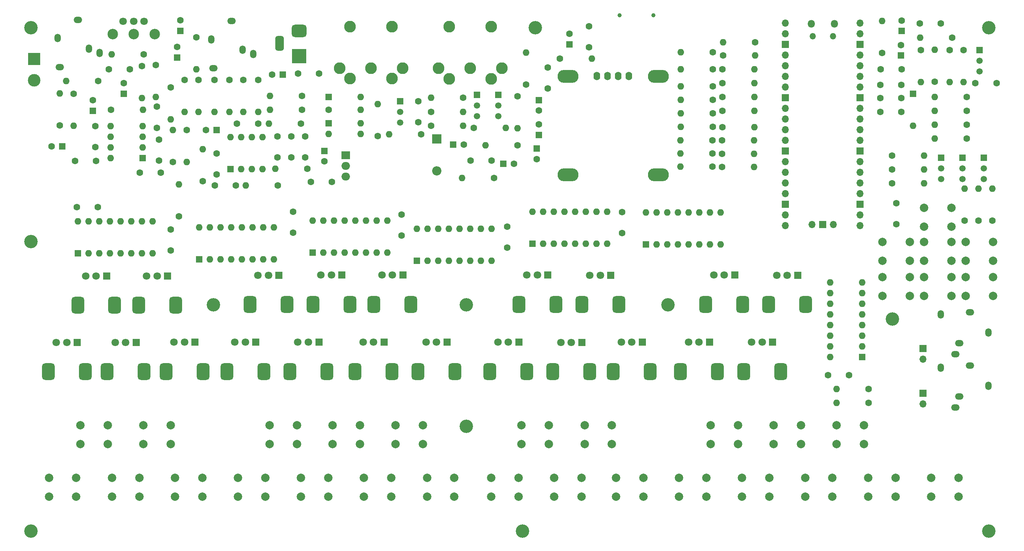
<source format=gbr>
%TF.GenerationSoftware,KiCad,Pcbnew,(6.0.11)*%
%TF.CreationDate,2024-06-23T21:18:39-05:00*%
%TF.ProjectId,TrebleSynth,54726562-6c65-4537-996e-74682e6b6963,rev?*%
%TF.SameCoordinates,Original*%
%TF.FileFunction,Soldermask,Bot*%
%TF.FilePolarity,Negative*%
%FSLAX46Y46*%
G04 Gerber Fmt 4.6, Leading zero omitted, Abs format (unit mm)*
G04 Created by KiCad (PCBNEW (6.0.11)) date 2024-06-23 21:18:39*
%MOMM*%
%LPD*%
G01*
G04 APERTURE LIST*
G04 Aperture macros list*
%AMRoundRect*
0 Rectangle with rounded corners*
0 $1 Rounding radius*
0 $2 $3 $4 $5 $6 $7 $8 $9 X,Y pos of 4 corners*
0 Add a 4 corners polygon primitive as box body*
4,1,4,$2,$3,$4,$5,$6,$7,$8,$9,$2,$3,0*
0 Add four circle primitives for the rounded corners*
1,1,$1+$1,$2,$3*
1,1,$1+$1,$4,$5*
1,1,$1+$1,$6,$7*
1,1,$1+$1,$8,$9*
0 Add four rect primitives between the rounded corners*
20,1,$1+$1,$2,$3,$4,$5,0*
20,1,$1+$1,$4,$5,$6,$7,0*
20,1,$1+$1,$6,$7,$8,$9,0*
20,1,$1+$1,$8,$9,$2,$3,0*%
G04 Aperture macros list end*
%ADD10C,2.000000*%
%ADD11C,1.600000*%
%ADD12R,1.600000X1.600000*%
%ADD13R,1.500000X1.500000*%
%ADD14C,1.500000*%
%ADD15O,1.500000X2.000000*%
%ADD16O,2.000000X1.500000*%
%ADD17C,3.200000*%
%ADD18O,1.600000X1.600000*%
%ADD19R,2.200000X2.200000*%
%ADD20O,2.200000X2.200000*%
%ADD21R,1.800000X1.800000*%
%ADD22C,1.800000*%
%ADD23RoundRect,0.750000X-0.750000X1.250000X-0.750000X-1.250000X0.750000X-1.250000X0.750000X1.250000X0*%
%ADD24R,2.000000X1.905000*%
%ADD25O,2.000000X1.905000*%
%ADD26R,1.700000X1.700000*%
%ADD27O,1.700000X1.700000*%
%ADD28C,2.800000*%
%ADD29R,3.500000X3.500000*%
%ADD30RoundRect,0.750000X-1.000000X0.750000X-1.000000X-0.750000X1.000000X-0.750000X1.000000X0.750000X0*%
%ADD31RoundRect,0.500000X-0.500000X1.250000X-0.500000X-1.250000X0.500000X-1.250000X0.500000X1.250000X0*%
%ADD32R,3.000000X3.000000*%
%ADD33C,3.000000*%
%ADD34C,1.000000*%
%ADD35C,2.500000*%
%ADD36O,1.800000X1.800000*%
%ADD37O,1.500000X1.500000*%
%ADD38O,5.000000X3.100000*%
%ADD39O,1.600000X2.000000*%
G04 APERTURE END LIST*
D10*
%TO.C,SW23*%
X227250000Y-141250000D03*
X220750000Y-141250000D03*
X220750000Y-136750000D03*
X227250000Y-136750000D03*
%TD*%
D11*
%TO.C,C22*%
X236226000Y-51878000D03*
X231226000Y-51878000D03*
%TD*%
D12*
%TO.C,C15*%
X88906000Y-53148000D03*
D11*
X86406000Y-53148000D03*
%TD*%
D13*
%TO.C,Q3*%
X255784000Y-72960000D03*
D14*
X255784000Y-75500000D03*
X255784000Y-78040000D03*
%TD*%
D15*
%TO.C,J8*%
X256878000Y-114616000D03*
D16*
X248978000Y-119816000D03*
X249978000Y-117216000D03*
X252478000Y-109816000D03*
D15*
X245578000Y-110316000D03*
%TD*%
D17*
%TO.C,H9*%
X149000000Y-42000000D03*
%TD*%
D11*
%TO.C,R46*%
X72650000Y-54418000D03*
D18*
X72650000Y-62038000D03*
%TD*%
D11*
%TO.C,R9*%
X58680000Y-50862000D03*
D18*
X58680000Y-58482000D03*
%TD*%
D19*
%TO.C,D1*%
X125600000Y-68475000D03*
D20*
X125600000Y-76095000D03*
%TD*%
D11*
%TO.C,R56*%
X193554000Y-61784000D03*
D18*
X201174000Y-61784000D03*
%TD*%
D21*
%TO.C,RV19*%
X190500000Y-116950000D03*
D22*
X188000000Y-116950000D03*
X185500000Y-116950000D03*
D23*
X183600000Y-123950000D03*
X192400000Y-123950000D03*
%TD*%
D11*
%TO.C,C46*%
X44290000Y-70490000D03*
X44290000Y-65490000D03*
%TD*%
D13*
%TO.C,Q5*%
X135134000Y-57974000D03*
D14*
X135134000Y-60514000D03*
X135134000Y-63054000D03*
%TD*%
D21*
%TO.C,RV10*%
X103000000Y-100950000D03*
D22*
X100500000Y-100950000D03*
X98000000Y-100950000D03*
D23*
X104900000Y-107950000D03*
X96100000Y-107950000D03*
%TD*%
D11*
%TO.C,R19*%
X93224000Y-64832000D03*
D18*
X85604000Y-64832000D03*
%TD*%
D24*
%TO.C,U4*%
X103920000Y-72410000D03*
D25*
X103920000Y-74950000D03*
X103920000Y-77490000D03*
%TD*%
D16*
%TO.C,J3*%
X76714000Y-40370000D03*
D15*
X81914000Y-48270000D03*
X79314000Y-47270000D03*
X71914000Y-44770000D03*
D16*
X72414000Y-51670000D03*
%TD*%
D26*
%TO.C,JP2*%
X241306000Y-129094000D03*
D27*
X241306000Y-131634000D03*
%TD*%
D11*
%TO.C,R64*%
X124212000Y-62038000D03*
D18*
X131832000Y-62038000D03*
%TD*%
D12*
%TO.C,C11*%
X141425000Y-74400000D03*
D11*
X143925000Y-74400000D03*
%TD*%
%TO.C,C41*%
X117220000Y-91580000D03*
X117220000Y-86580000D03*
%TD*%
D10*
%TO.C,SW32*%
X238154000Y-93026000D03*
X231654000Y-93026000D03*
X238154000Y-97526000D03*
X231654000Y-97526000D03*
%TD*%
%TO.C,SW14*%
X145750000Y-141250000D03*
X152250000Y-141250000D03*
X145750000Y-136750000D03*
X152250000Y-136750000D03*
%TD*%
D11*
%TO.C,R21*%
X79508000Y-54418000D03*
D18*
X79508000Y-62038000D03*
%TD*%
D17*
%TO.C,H2*%
X29000000Y-162000000D03*
%TD*%
D12*
%TO.C,C4*%
X43694000Y-61784000D03*
D11*
X43694000Y-59284000D03*
%TD*%
%TO.C,R23*%
X231580000Y-48000000D03*
D18*
X231580000Y-40380000D03*
%TD*%
D15*
%TO.C,J9*%
X256878000Y-127316000D03*
D16*
X248978000Y-132516000D03*
X249978000Y-129916000D03*
X252478000Y-122516000D03*
D15*
X245578000Y-123016000D03*
%TD*%
D11*
%TO.C,R68*%
X111530000Y-67820000D03*
D18*
X111530000Y-60200000D03*
%TD*%
D11*
%TO.C,R10*%
X62236000Y-56196000D03*
D18*
X62236000Y-63816000D03*
%TD*%
D11*
%TO.C,R70*%
X257816000Y-87946000D03*
D18*
X257816000Y-80326000D03*
%TD*%
D12*
%TO.C,C10*%
X149375000Y-70800000D03*
D11*
X149375000Y-73300000D03*
%TD*%
D21*
%TO.C,RV7*%
X82500000Y-116950000D03*
D22*
X80000000Y-116950000D03*
X77500000Y-116950000D03*
D23*
X84400000Y-123950000D03*
X75600000Y-123950000D03*
%TD*%
D26*
%TO.C,JP1*%
X241306000Y-118426000D03*
D27*
X241306000Y-120966000D03*
%TD*%
D12*
%TO.C,U6*%
X40160000Y-95770000D03*
D18*
X42700000Y-95770000D03*
X45240000Y-95770000D03*
X47780000Y-95770000D03*
X50320000Y-95770000D03*
X52860000Y-95770000D03*
X55400000Y-95770000D03*
X57940000Y-95770000D03*
X57940000Y-88150000D03*
X55400000Y-88150000D03*
X52860000Y-88150000D03*
X50320000Y-88150000D03*
X47780000Y-88150000D03*
X45240000Y-88150000D03*
X42700000Y-88150000D03*
X40160000Y-88150000D03*
%TD*%
D11*
%TO.C,C36*%
X94240000Y-67880000D03*
X94240000Y-72880000D03*
%TD*%
%TO.C,C24*%
X151950000Y-56500000D03*
X151950000Y-51500000D03*
%TD*%
%TO.C,R28*%
X191250000Y-65670000D03*
D18*
X183630000Y-65670000D03*
%TD*%
D11*
%TO.C,R2*%
X68332000Y-44258000D03*
D18*
X68332000Y-51878000D03*
%TD*%
D10*
%TO.C,SW17*%
X174750000Y-153750000D03*
X168250000Y-153750000D03*
X174750000Y-149250000D03*
X168250000Y-149250000D03*
%TD*%
D13*
%TO.C,Q2*%
X250704000Y-72960000D03*
D14*
X250704000Y-75500000D03*
X250704000Y-78040000D03*
%TD*%
D11*
%TO.C,R14*%
X87700000Y-79570000D03*
D18*
X80080000Y-79570000D03*
%TD*%
D21*
%TO.C,RV12*%
X117500000Y-100950000D03*
D22*
X115000000Y-100950000D03*
X112500000Y-100950000D03*
D23*
X110600000Y-107950000D03*
X119400000Y-107950000D03*
%TD*%
D11*
%TO.C,R47*%
X228352000Y-128078000D03*
D18*
X220732000Y-128078000D03*
%TD*%
D21*
%TO.C,RV13*%
X128000000Y-116950000D03*
D22*
X125500000Y-116950000D03*
X123000000Y-116950000D03*
D23*
X129900000Y-123950000D03*
X121100000Y-123950000D03*
%TD*%
D11*
%TO.C,C12*%
X90938000Y-67880000D03*
X90938000Y-72880000D03*
%TD*%
%TO.C,R65*%
X131830000Y-58720000D03*
D18*
X124210000Y-58720000D03*
%TD*%
D11*
%TO.C,R16*%
X93478000Y-58228000D03*
D18*
X85858000Y-58228000D03*
%TD*%
D11*
%TO.C,C26*%
X231146000Y-55610000D03*
X236146000Y-55610000D03*
%TD*%
D10*
%TO.C,SW22*%
X213250000Y-153750000D03*
X219750000Y-153750000D03*
X213250000Y-149250000D03*
X219750000Y-149250000D03*
%TD*%
D12*
%TO.C,U7*%
X99838000Y-64827000D03*
D18*
X99838000Y-67367000D03*
X107458000Y-67367000D03*
X107458000Y-64827000D03*
%TD*%
D17*
%TO.C,H11*%
X29000000Y-93000000D03*
%TD*%
%TO.C,H12*%
X146000000Y-162000000D03*
%TD*%
D28*
%TO.C,J11*%
X126030000Y-51690000D03*
X133530000Y-51690000D03*
X141030000Y-51690000D03*
X128530000Y-54190000D03*
X138530000Y-54190000D03*
X128530000Y-41790000D03*
X138530000Y-41790000D03*
%TD*%
D29*
%TO.C,J5*%
X92840000Y-48760000D03*
D30*
X92840000Y-42760000D03*
D31*
X88140000Y-45760000D03*
%TD*%
D12*
%TO.C,U12*%
X226828000Y-120458000D03*
D18*
X226828000Y-117918000D03*
X226828000Y-115378000D03*
X226828000Y-112838000D03*
X226828000Y-110298000D03*
X226828000Y-107758000D03*
X226828000Y-105218000D03*
X226828000Y-102678000D03*
X219208000Y-102678000D03*
X219208000Y-105218000D03*
X219208000Y-107758000D03*
X219208000Y-110298000D03*
X219208000Y-112838000D03*
X219208000Y-115378000D03*
X219208000Y-117918000D03*
X219208000Y-120458000D03*
%TD*%
D11*
%TO.C,R36*%
X191268000Y-47814000D03*
D18*
X183648000Y-47814000D03*
%TD*%
D11*
%TO.C,C1*%
X87636000Y-67880000D03*
X87636000Y-72880000D03*
%TD*%
D10*
%TO.C,SW31*%
X248060000Y-93026000D03*
X241560000Y-93026000D03*
X241560000Y-97526000D03*
X248060000Y-97526000D03*
%TD*%
D11*
%TO.C,C8*%
X58934000Y-65848000D03*
X58934000Y-60848000D03*
%TD*%
D21*
%TO.C,RV17*%
X167000000Y-101000000D03*
D22*
X164500000Y-101000000D03*
X162000000Y-101000000D03*
D23*
X168900000Y-108000000D03*
X160100000Y-108000000D03*
%TD*%
D11*
%TO.C,C39*%
X97542000Y-52894000D03*
X92542000Y-52894000D03*
%TD*%
%TO.C,C29*%
X169678000Y-85954000D03*
X169678000Y-90954000D03*
%TD*%
%TO.C,R66*%
X124212000Y-65340000D03*
D18*
X131832000Y-65340000D03*
%TD*%
D17*
%TO.C,H7*%
X72396000Y-108012000D03*
%TD*%
D21*
%TO.C,RV20*%
X196500000Y-100950000D03*
D22*
X194000000Y-100950000D03*
X191500000Y-100950000D03*
D23*
X189600000Y-107950000D03*
X198400000Y-107950000D03*
%TD*%
D10*
%TO.C,SW12*%
X123250000Y-153750000D03*
X129750000Y-153750000D03*
X123250000Y-149250000D03*
X129750000Y-149250000D03*
%TD*%
D21*
%TO.C,RV6*%
X68000000Y-116950000D03*
D22*
X65500000Y-116950000D03*
X63000000Y-116950000D03*
D23*
X61100000Y-123950000D03*
X69900000Y-123950000D03*
%TD*%
D11*
%TO.C,R52*%
X191300000Y-62400000D03*
D18*
X183680000Y-62400000D03*
%TD*%
D12*
%TO.C,C7*%
X64522000Y-42734000D03*
D11*
X64522000Y-40234000D03*
%TD*%
%TO.C,R62*%
X99828000Y-61530000D03*
D18*
X107448000Y-61530000D03*
%TD*%
D11*
%TO.C,R11*%
X62744000Y-73976000D03*
D18*
X62744000Y-66356000D03*
%TD*%
D11*
%TO.C,R72*%
X251720000Y-61784000D03*
D18*
X244100000Y-61784000D03*
%TD*%
D11*
%TO.C,C14*%
X73158000Y-71944000D03*
X73158000Y-76944000D03*
%TD*%
D10*
%TO.C,SW11*%
X115750000Y-141250000D03*
X122250000Y-141250000D03*
X115750000Y-136750000D03*
X122250000Y-136750000D03*
%TD*%
D12*
%TO.C,C34*%
X236050000Y-48650000D03*
D11*
X236050000Y-46150000D03*
%TD*%
%TO.C,R22*%
X83064000Y-54418000D03*
D18*
X83064000Y-62038000D03*
%TD*%
D17*
%TO.C,H3*%
X257000000Y-162000000D03*
%TD*%
D32*
%TO.C,J1*%
X29710000Y-49430000D03*
D33*
X29710000Y-54510000D03*
%TD*%
D11*
%TO.C,C23*%
X231146000Y-62038000D03*
X236146000Y-62038000D03*
%TD*%
D12*
%TO.C,C2*%
X63760000Y-49084000D03*
D11*
X63760000Y-46584000D03*
%TD*%
D17*
%TO.C,H8*%
X132594000Y-136968000D03*
%TD*%
D11*
%TO.C,R60*%
X68840000Y-54494000D03*
D18*
X68840000Y-62114000D03*
%TD*%
D12*
%TO.C,U8*%
X68970000Y-97210000D03*
D18*
X71510000Y-97210000D03*
X74050000Y-97210000D03*
X76590000Y-97210000D03*
X79130000Y-97210000D03*
X81670000Y-97210000D03*
X84210000Y-97210000D03*
X86750000Y-97210000D03*
X86750000Y-89590000D03*
X84210000Y-89590000D03*
X81670000Y-89590000D03*
X79130000Y-89590000D03*
X76590000Y-89590000D03*
X74050000Y-89590000D03*
X71510000Y-89590000D03*
X68970000Y-89590000D03*
%TD*%
D11*
%TO.C,R25*%
X250958000Y-47320000D03*
D18*
X250958000Y-54940000D03*
%TD*%
D11*
%TO.C,C18*%
X54870000Y-76516000D03*
X59870000Y-76516000D03*
%TD*%
%TO.C,R39*%
X251212000Y-87946000D03*
D18*
X251212000Y-80326000D03*
%TD*%
D11*
%TO.C,R55*%
X193554000Y-58482000D03*
D18*
X201174000Y-58482000D03*
%TD*%
D21*
%TO.C,RV14*%
X145100000Y-116950000D03*
D22*
X142600000Y-116950000D03*
X140100000Y-116950000D03*
D23*
X147000000Y-123950000D03*
X138200000Y-123950000D03*
%TD*%
D11*
%TO.C,C13*%
X72720000Y-79640000D03*
X77720000Y-79640000D03*
%TD*%
%TO.C,R73*%
X251720000Y-58482000D03*
D18*
X244100000Y-58482000D03*
%TD*%
D34*
%TO.C,U14*%
X169100000Y-39060000D03*
X177100000Y-39060000D03*
%TD*%
D11*
%TO.C,C30*%
X218700000Y-124776000D03*
X223700000Y-124776000D03*
%TD*%
D35*
%TO.C,RV1*%
X48420000Y-43500000D03*
D22*
X50920000Y-40500000D03*
D35*
X53420000Y-43500000D03*
D22*
X53420000Y-40500000D03*
D35*
X58420000Y-43500000D03*
D22*
X55920000Y-40500000D03*
%TD*%
D11*
%TO.C,R12*%
X66046000Y-66356000D03*
D18*
X66046000Y-73976000D03*
%TD*%
D11*
%TO.C,R18*%
X93478000Y-61530000D03*
D18*
X85858000Y-61530000D03*
%TD*%
D11*
%TO.C,R40*%
X233940000Y-75754000D03*
D18*
X241560000Y-75754000D03*
%TD*%
D36*
%TO.C,U3*%
X220185000Y-41040000D03*
X214735000Y-41040000D03*
D37*
X215035000Y-44070000D03*
X219885000Y-44070000D03*
D27*
X208570000Y-40910000D03*
X208570000Y-43450000D03*
D26*
X208570000Y-45990000D03*
D27*
X208570000Y-48530000D03*
X208570000Y-51070000D03*
X208570000Y-53610000D03*
X208570000Y-56150000D03*
D26*
X208570000Y-58690000D03*
D27*
X208570000Y-61230000D03*
X208570000Y-63770000D03*
X208570000Y-66310000D03*
X208570000Y-68850000D03*
D26*
X208570000Y-71390000D03*
D27*
X208570000Y-73930000D03*
X208570000Y-76470000D03*
X208570000Y-79010000D03*
X208570000Y-81550000D03*
D26*
X208570000Y-84090000D03*
D27*
X208570000Y-86630000D03*
X208570000Y-89170000D03*
X226350000Y-89170000D03*
X226350000Y-86630000D03*
D26*
X226350000Y-84090000D03*
D27*
X226350000Y-81550000D03*
X226350000Y-79010000D03*
X226350000Y-76470000D03*
X226350000Y-73930000D03*
D26*
X226350000Y-71390000D03*
D27*
X226350000Y-68850000D03*
X226350000Y-66310000D03*
X226350000Y-63770000D03*
X226350000Y-61230000D03*
D26*
X226350000Y-58690000D03*
D27*
X226350000Y-56150000D03*
X226350000Y-53610000D03*
X226350000Y-51070000D03*
X226350000Y-48530000D03*
D26*
X226350000Y-45990000D03*
D27*
X226350000Y-43450000D03*
X226350000Y-40910000D03*
X214920000Y-88940000D03*
D26*
X217460000Y-88940000D03*
D27*
X220000000Y-88940000D03*
%TD*%
D21*
%TO.C,RV9*%
X97500000Y-116950000D03*
D22*
X95000000Y-116950000D03*
X92500000Y-116950000D03*
D23*
X90600000Y-123950000D03*
X99400000Y-123950000D03*
%TD*%
D10*
%TO.C,SW20*%
X204750000Y-153750000D03*
X198250000Y-153750000D03*
X204750000Y-149250000D03*
X198250000Y-149250000D03*
%TD*%
D21*
%TO.C,RV11*%
X113000000Y-116950000D03*
D22*
X110500000Y-116950000D03*
X108000000Y-116950000D03*
D23*
X114900000Y-123950000D03*
X106100000Y-123950000D03*
%TD*%
D12*
%TO.C,C20*%
X98800000Y-71374888D03*
D11*
X98800000Y-73874888D03*
%TD*%
%TO.C,R57*%
X146800000Y-55560000D03*
D18*
X146800000Y-47940000D03*
%TD*%
D11*
%TO.C,C31*%
X258792000Y-55180000D03*
X253792000Y-55180000D03*
%TD*%
%TO.C,C48*%
X138590000Y-73710000D03*
X133590000Y-73710000D03*
%TD*%
%TO.C,R8*%
X39122000Y-57720000D03*
D18*
X39122000Y-65340000D03*
%TD*%
D10*
%TO.C,SW10*%
X108250000Y-153750000D03*
X114750000Y-153750000D03*
X108250000Y-149250000D03*
X114750000Y-149250000D03*
%TD*%
D28*
%TO.C,J10*%
X102420000Y-51630000D03*
X109920000Y-51630000D03*
X117420000Y-51630000D03*
X104920000Y-54130000D03*
X114920000Y-54130000D03*
X104920000Y-41730000D03*
X114920000Y-41730000D03*
%TD*%
D10*
%TO.C,SW29*%
X251466000Y-93062000D03*
X257966000Y-93062000D03*
X251466000Y-97562000D03*
X257966000Y-97562000D03*
%TD*%
D11*
%TO.C,R49*%
X191300000Y-51950000D03*
D18*
X183680000Y-51950000D03*
%TD*%
D10*
%TO.C,SW24*%
X234750000Y-153750000D03*
X228250000Y-153750000D03*
X228250000Y-149250000D03*
X234750000Y-149250000D03*
%TD*%
%TO.C,SW28*%
X257966000Y-101408000D03*
X251466000Y-101408000D03*
X251466000Y-105908000D03*
X257966000Y-105908000D03*
%TD*%
D11*
%TO.C,C25*%
X240544000Y-40956000D03*
X245544000Y-40956000D03*
%TD*%
D21*
%TO.C,RV22*%
X211500000Y-101000000D03*
D22*
X209000000Y-101000000D03*
X206500000Y-101000000D03*
D23*
X204600000Y-108000000D03*
X213400000Y-108000000D03*
%TD*%
D11*
%TO.C,R67*%
X154900000Y-49420000D03*
D18*
X162520000Y-49420000D03*
%TD*%
D10*
%TO.C,SW7*%
X92250000Y-141250000D03*
X85750000Y-141250000D03*
X92250000Y-136750000D03*
X85750000Y-136750000D03*
%TD*%
D12*
%TO.C,U13*%
X175310000Y-93650000D03*
D18*
X177850000Y-93650000D03*
X180390000Y-93650000D03*
X182930000Y-93650000D03*
X185470000Y-93650000D03*
X188010000Y-93650000D03*
X190550000Y-93650000D03*
X193090000Y-93650000D03*
X193090000Y-86030000D03*
X190550000Y-86030000D03*
X188010000Y-86030000D03*
X185470000Y-86030000D03*
X182930000Y-86030000D03*
X180390000Y-86030000D03*
X177850000Y-86030000D03*
X175310000Y-86030000D03*
%TD*%
D11*
%TO.C,R41*%
X254514000Y-87946000D03*
D18*
X254514000Y-80326000D03*
%TD*%
D11*
%TO.C,C44*%
X91330000Y-90890000D03*
X91330000Y-85890000D03*
%TD*%
%TO.C,R48*%
X228352000Y-131380000D03*
D18*
X220732000Y-131380000D03*
%TD*%
D11*
%TO.C,R29*%
X193560000Y-65690000D03*
D18*
X201180000Y-65690000D03*
%TD*%
D11*
%TO.C,R1*%
X65538000Y-54418000D03*
D18*
X65538000Y-62038000D03*
%TD*%
D10*
%TO.C,SW30*%
X231654000Y-101408000D03*
X238154000Y-101408000D03*
X238154000Y-105908000D03*
X231654000Y-105908000D03*
%TD*%
%TO.C,SW26*%
X241560000Y-84934000D03*
X248060000Y-84934000D03*
X248060000Y-89434000D03*
X241560000Y-89434000D03*
%TD*%
D16*
%TO.C,J2*%
X40142000Y-40110000D03*
D15*
X45342000Y-48010000D03*
X42742000Y-47010000D03*
X35342000Y-44510000D03*
D16*
X35842000Y-51410000D03*
%TD*%
D21*
%TO.C,RV8*%
X88000000Y-101000000D03*
D22*
X85500000Y-101000000D03*
X83000000Y-101000000D03*
D23*
X81100000Y-108000000D03*
X89900000Y-108000000D03*
%TD*%
D17*
%TO.C,H6*%
X180600000Y-108012000D03*
%TD*%
D11*
%TO.C,R27*%
X248280000Y-44410000D03*
D18*
X240660000Y-44410000D03*
%TD*%
D11*
%TO.C,R35*%
X193470000Y-75200000D03*
D18*
X201090000Y-75200000D03*
%TD*%
D11*
%TO.C,C47*%
X161770000Y-41710000D03*
X161770000Y-46710000D03*
%TD*%
%TO.C,C43*%
X62260000Y-90130000D03*
X62260000Y-95130000D03*
%TD*%
D10*
%TO.C,SW2*%
X47250000Y-141250000D03*
X40750000Y-141250000D03*
X40750000Y-136750000D03*
X47250000Y-136750000D03*
%TD*%
D11*
%TO.C,R59*%
X244100000Y-54910000D03*
D18*
X244100000Y-47290000D03*
%TD*%
D10*
%TO.C,SW3*%
X48250000Y-153750000D03*
X54750000Y-153750000D03*
X54750000Y-149250000D03*
X48250000Y-149250000D03*
%TD*%
D11*
%TO.C,R54*%
X193554000Y-55180000D03*
D18*
X201174000Y-55180000D03*
%TD*%
D38*
%TO.C,Brd1*%
X156800000Y-77100000D03*
X178300000Y-53600000D03*
X156800000Y-53600000D03*
X178300000Y-77100000D03*
D39*
X163680000Y-53500000D03*
X166220000Y-53500000D03*
X168760000Y-53500000D03*
X171300000Y-53500000D03*
%TD*%
D21*
%TO.C,RV16*%
X160100000Y-117000000D03*
D22*
X157600000Y-117000000D03*
X155100000Y-117000000D03*
D23*
X153200000Y-124000000D03*
X162000000Y-124000000D03*
%TD*%
D10*
%TO.C,SW16*%
X160750000Y-141250000D03*
X167250000Y-141250000D03*
X167250000Y-136750000D03*
X160750000Y-136750000D03*
%TD*%
D11*
%TO.C,R33*%
X193470000Y-72060000D03*
D18*
X201090000Y-72060000D03*
%TD*%
D11*
%TO.C,C45*%
X234950000Y-88850000D03*
X234950000Y-83850000D03*
%TD*%
D10*
%TO.C,SW13*%
X138500000Y-153750000D03*
X145000000Y-153750000D03*
X138500000Y-149250000D03*
X145000000Y-149250000D03*
%TD*%
D12*
%TO.C,C35*%
X36410000Y-70280000D03*
D11*
X33910000Y-70280000D03*
%TD*%
D12*
%TO.C,C5*%
X51070000Y-57750000D03*
D11*
X51070000Y-55250000D03*
%TD*%
%TO.C,R5*%
X55378000Y-51116000D03*
D18*
X55378000Y-58736000D03*
%TD*%
D10*
%TO.C,SW6*%
X78250000Y-153750000D03*
X84750000Y-153750000D03*
X84750000Y-149250000D03*
X78250000Y-149250000D03*
%TD*%
D21*
%TO.C,RV5*%
X61500000Y-101154000D03*
D22*
X59000000Y-101154000D03*
X56500000Y-101154000D03*
D23*
X54600000Y-108154000D03*
X63400000Y-108154000D03*
%TD*%
D13*
%TO.C,Q6*%
X116846000Y-59498000D03*
D14*
X116846000Y-62038000D03*
X116846000Y-64578000D03*
%TD*%
D11*
%TO.C,R26*%
X247656000Y-47306000D03*
D18*
X247656000Y-54926000D03*
%TD*%
D21*
%TO.C,RV2*%
X40000000Y-117000000D03*
D22*
X37500000Y-117000000D03*
X35000000Y-117000000D03*
D23*
X33100000Y-124000000D03*
X41900000Y-124000000D03*
%TD*%
D11*
%TO.C,C37*%
X78024000Y-64832000D03*
X83024000Y-64832000D03*
%TD*%
D12*
%TO.C,C16*%
X149866000Y-59244000D03*
D11*
X149866000Y-61744000D03*
%TD*%
D12*
%TO.C,U10*%
X120840000Y-97560000D03*
D18*
X123380000Y-97560000D03*
X125920000Y-97560000D03*
X128460000Y-97560000D03*
X131000000Y-97560000D03*
X133540000Y-97560000D03*
X136080000Y-97560000D03*
X138620000Y-97560000D03*
X138620000Y-89940000D03*
X136080000Y-89940000D03*
X133540000Y-89940000D03*
X131000000Y-89940000D03*
X128460000Y-89940000D03*
X125920000Y-89940000D03*
X123380000Y-89940000D03*
X120840000Y-89940000D03*
%TD*%
D10*
%TO.C,SW15*%
X153500000Y-153750000D03*
X160000000Y-153750000D03*
X160000000Y-149250000D03*
X153500000Y-149250000D03*
%TD*%
D11*
%TO.C,R4*%
X35840000Y-65300000D03*
D18*
X35840000Y-57680000D03*
%TD*%
D17*
%TO.C,H5*%
X132594000Y-108012000D03*
%TD*%
D12*
%TO.C,U1*%
X55560000Y-73100000D03*
D18*
X55560000Y-70560000D03*
X55560000Y-68020000D03*
X55560000Y-65480000D03*
X47940000Y-65480000D03*
X47940000Y-68020000D03*
X47940000Y-70560000D03*
X47940000Y-73100000D03*
%TD*%
D11*
%TO.C,R45*%
X76206000Y-54418000D03*
D18*
X76206000Y-62038000D03*
%TD*%
D17*
%TO.C,H10*%
X234000000Y-111400000D03*
%TD*%
D11*
%TO.C,C40*%
X121164000Y-59498000D03*
X121164000Y-64498000D03*
%TD*%
D12*
%TO.C,D3*%
X99828000Y-58482000D03*
D18*
X107448000Y-58482000D03*
%TD*%
D11*
%TO.C,R7*%
X55790000Y-48390000D03*
D18*
X48170000Y-48390000D03*
%TD*%
D12*
%TO.C,C19*%
X129475000Y-69900000D03*
D11*
X131975000Y-69900000D03*
%TD*%
%TO.C,R3*%
X44964000Y-54672000D03*
D18*
X37344000Y-54672000D03*
%TD*%
D11*
%TO.C,R38*%
X233940000Y-79056000D03*
D18*
X241560000Y-79056000D03*
%TD*%
D10*
%TO.C,SW4*%
X62250000Y-141250000D03*
X55750000Y-141250000D03*
X55750000Y-136750000D03*
X62250000Y-136750000D03*
%TD*%
%TO.C,SW5*%
X63250000Y-153750000D03*
X69750000Y-153750000D03*
X63250000Y-149250000D03*
X69750000Y-149250000D03*
%TD*%
D11*
%TO.C,R17*%
X144825000Y-70050000D03*
D18*
X137205000Y-70050000D03*
%TD*%
D11*
%TO.C,R37*%
X193700000Y-48600000D03*
D18*
X201320000Y-48600000D03*
%TD*%
D11*
%TO.C,R20*%
X69856000Y-78548000D03*
D18*
X69856000Y-70928000D03*
%TD*%
D11*
%TO.C,R43*%
X251720000Y-68388000D03*
D18*
X244100000Y-68388000D03*
%TD*%
D12*
%TO.C,C32*%
X157110000Y-45950000D03*
D11*
X157110000Y-43450000D03*
%TD*%
D21*
%TO.C,RV15*%
X152000000Y-100950000D03*
D22*
X149500000Y-100950000D03*
X147000000Y-100950000D03*
D23*
X145100000Y-107950000D03*
X153900000Y-107950000D03*
%TD*%
D11*
%TO.C,R32*%
X191190000Y-72000000D03*
D18*
X183570000Y-72000000D03*
%TD*%
D13*
%TO.C,Q4*%
X140214000Y-57974000D03*
D14*
X140214000Y-60514000D03*
X140214000Y-63054000D03*
%TD*%
D11*
%TO.C,C6*%
X44456000Y-73722000D03*
X39456000Y-73722000D03*
%TD*%
%TO.C,R6*%
X48012000Y-61530000D03*
D18*
X55632000Y-61530000D03*
%TD*%
D10*
%TO.C,SW27*%
X248060000Y-101408000D03*
X241560000Y-101408000D03*
X248060000Y-105908000D03*
X241560000Y-105908000D03*
%TD*%
D11*
%TO.C,R58*%
X201300000Y-45450000D03*
D18*
X193680000Y-45450000D03*
%TD*%
D17*
%TO.C,H4*%
X29000000Y-42000000D03*
%TD*%
D13*
%TO.C,Q1*%
X245624000Y-72960000D03*
D14*
X245624000Y-75500000D03*
X245624000Y-78040000D03*
%TD*%
D11*
%TO.C,R13*%
X139170000Y-77810000D03*
D18*
X131550000Y-77810000D03*
%TD*%
D11*
%TO.C,R30*%
X191190000Y-68820000D03*
D18*
X183570000Y-68820000D03*
%TD*%
D13*
%TO.C,U5*%
X254768000Y-47306000D03*
D14*
X254768000Y-49846000D03*
X254768000Y-52386000D03*
%TD*%
D17*
%TO.C,H1*%
X257000000Y-42000000D03*
%TD*%
D21*
%TO.C,RV21*%
X205500000Y-116950000D03*
D22*
X203000000Y-116950000D03*
X200500000Y-116950000D03*
D23*
X207400000Y-123950000D03*
X198600000Y-123950000D03*
%TD*%
D10*
%TO.C,SW19*%
X190750000Y-141250000D03*
X197250000Y-141250000D03*
X190750000Y-136750000D03*
X197250000Y-136750000D03*
%TD*%
D11*
%TO.C,R44*%
X240798000Y-47306000D03*
D18*
X240798000Y-54926000D03*
%TD*%
D11*
%TO.C,R61*%
X134372000Y-65848000D03*
D18*
X141992000Y-65848000D03*
%TD*%
D11*
%TO.C,R34*%
X191190000Y-75120000D03*
D18*
X183570000Y-75120000D03*
%TD*%
D11*
%TO.C,C21*%
X100630000Y-78720000D03*
X95630000Y-78720000D03*
%TD*%
D12*
%TO.C,U2*%
X76470000Y-75744000D03*
D18*
X79010000Y-75744000D03*
X81550000Y-75744000D03*
X84090000Y-75744000D03*
X84090000Y-68124000D03*
X81550000Y-68124000D03*
X79010000Y-68124000D03*
X76470000Y-68124000D03*
%TD*%
D10*
%TO.C,SW18*%
X183250000Y-153750000D03*
X189750000Y-153750000D03*
X189750000Y-149250000D03*
X183250000Y-149250000D03*
%TD*%
D12*
%TO.C,D2*%
X238940000Y-57780000D03*
D18*
X238940000Y-65400000D03*
%TD*%
D11*
%TO.C,R31*%
X193500000Y-68890000D03*
D18*
X201120000Y-68890000D03*
%TD*%
D11*
%TO.C,R63*%
X144790000Y-58330000D03*
D18*
X144790000Y-65950000D03*
%TD*%
D12*
%TO.C,U9*%
X95990000Y-95590000D03*
D18*
X98530000Y-95590000D03*
X101070000Y-95590000D03*
X103610000Y-95590000D03*
X106150000Y-95590000D03*
X108690000Y-95590000D03*
X111230000Y-95590000D03*
X113770000Y-95590000D03*
X113770000Y-87970000D03*
X111230000Y-87970000D03*
X108690000Y-87970000D03*
X106150000Y-87970000D03*
X103610000Y-87970000D03*
X101070000Y-87970000D03*
X98530000Y-87970000D03*
X95990000Y-87970000D03*
%TD*%
D11*
%TO.C,C28*%
X142350000Y-89460000D03*
X142350000Y-94460000D03*
%TD*%
D10*
%TO.C,SW9*%
X100750000Y-141250000D03*
X107250000Y-141250000D03*
X107250000Y-136750000D03*
X100750000Y-136750000D03*
%TD*%
D12*
%TO.C,C33*%
X236200000Y-42805112D03*
D11*
X236200000Y-40305112D03*
%TD*%
%TO.C,R71*%
X251720000Y-65086000D03*
D18*
X244100000Y-65086000D03*
%TD*%
D21*
%TO.C,RV18*%
X174500000Y-116950000D03*
D22*
X172000000Y-116950000D03*
X169500000Y-116950000D03*
D23*
X167600000Y-123950000D03*
X176400000Y-123950000D03*
%TD*%
D12*
%TO.C,C17*%
X149866000Y-67561112D03*
D11*
X149866000Y-65061112D03*
%TD*%
D12*
%TO.C,C38*%
X73158000Y-66356000D03*
D11*
X70658000Y-66356000D03*
%TD*%
D21*
%TO.C,RV4*%
X54000000Y-117000000D03*
D22*
X51500000Y-117000000D03*
X49000000Y-117000000D03*
D23*
X47100000Y-124000000D03*
X55900000Y-124000000D03*
%TD*%
D10*
%TO.C,SW25*%
X249750000Y-153750000D03*
X243250000Y-153750000D03*
X243250000Y-149250000D03*
X249750000Y-149250000D03*
%TD*%
D11*
%TO.C,C9*%
X59442000Y-73682000D03*
X59442000Y-68682000D03*
%TD*%
%TO.C,R53*%
X193554000Y-51878000D03*
D18*
X201174000Y-51878000D03*
%TD*%
D10*
%TO.C,SW21*%
X205750000Y-141250000D03*
X212250000Y-141250000D03*
X205750000Y-136750000D03*
X212250000Y-136750000D03*
%TD*%
D11*
%TO.C,R69*%
X121860000Y-67400000D03*
D18*
X114240000Y-67400000D03*
%TD*%
D11*
%TO.C,C3*%
X47504000Y-51878000D03*
X52504000Y-51878000D03*
%TD*%
%TO.C,R42*%
X233940000Y-72452000D03*
D18*
X241560000Y-72452000D03*
%TD*%
D11*
%TO.C,R24*%
X64210000Y-87000000D03*
D18*
X64210000Y-79380000D03*
%TD*%
D10*
%TO.C,SW8*%
X93250000Y-153750000D03*
X99750000Y-153750000D03*
X93250000Y-149250000D03*
X99750000Y-149250000D03*
%TD*%
D11*
%TO.C,R50*%
X191250000Y-55950000D03*
D18*
X183630000Y-55950000D03*
%TD*%
D11*
%TO.C,R15*%
X94710000Y-75650000D03*
D18*
X87090000Y-75650000D03*
%TD*%
D11*
%TO.C,C27*%
X231146000Y-58736000D03*
X236146000Y-58736000D03*
%TD*%
%TO.C,C42*%
X39860000Y-84800000D03*
X44860000Y-84800000D03*
%TD*%
%TO.C,R51*%
X191300000Y-59200000D03*
D18*
X183680000Y-59200000D03*
%TD*%
D10*
%TO.C,SW1*%
X39750000Y-153750000D03*
X33250000Y-153750000D03*
X33250000Y-149250000D03*
X39750000Y-149250000D03*
%TD*%
D21*
%TO.C,RV3*%
X46996000Y-101154000D03*
D22*
X44496000Y-101154000D03*
X41996000Y-101154000D03*
D23*
X48896000Y-108154000D03*
X40096000Y-108154000D03*
%TD*%
D12*
%TO.C,U11*%
X148310000Y-93460000D03*
D18*
X150850000Y-93460000D03*
X153390000Y-93460000D03*
X155930000Y-93460000D03*
X158470000Y-93460000D03*
X161010000Y-93460000D03*
X163550000Y-93460000D03*
X166090000Y-93460000D03*
X166090000Y-85840000D03*
X163550000Y-85840000D03*
X161010000Y-85840000D03*
X158470000Y-85840000D03*
X155930000Y-85840000D03*
X153390000Y-85840000D03*
X150850000Y-85840000D03*
X148310000Y-85840000D03*
%TD*%
M02*

</source>
